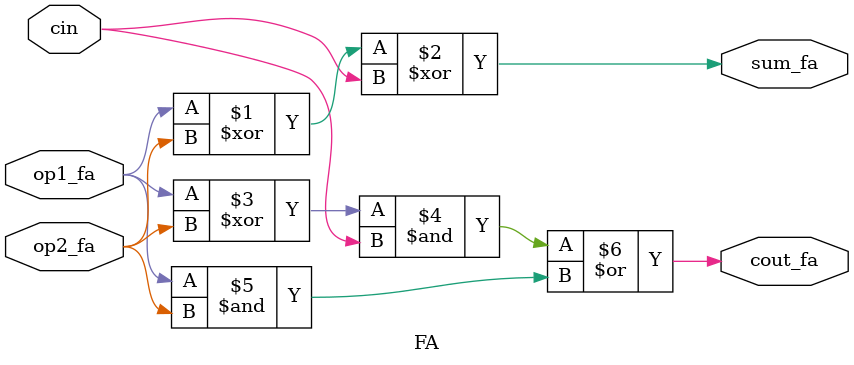
<source format=v>
`timescale 1ns/10ps

module FA(sum_fa, cout_fa, op1_fa, op2_fa, cin);
output sum_fa, cout_fa;
input op1_fa, op2_fa, cin;

assign sum_fa = op1_fa ^ op2_fa ^ cin;
assign cout_fa = ((op1_fa ^ op2_fa) & cin) | (op1_fa & op2_fa);

endmodule


</source>
